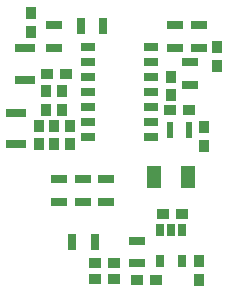
<source format=gbp>
G04*
G04 #@! TF.GenerationSoftware,Altium Limited,Altium Designer,23.4.1 (23)*
G04*
G04 Layer_Color=128*
%FSLAX25Y25*%
%MOIN*%
G70*
G04*
G04 #@! TF.SameCoordinates,A51C0158-4689-45C6-BA85-3C71187D63DA*
G04*
G04*
G04 #@! TF.FilePolarity,Positive*
G04*
G01*
G75*
%ADD22R,0.04194X0.03494*%
%ADD24R,0.02087X0.05315*%
%ADD29R,0.05512X0.03150*%
%ADD38R,0.03494X0.04194*%
%ADD47R,0.03150X0.05512*%
%ADD74R,0.03150X0.04331*%
%ADD166R,0.05039X0.02677*%
%ADD167R,0.04921X0.07480*%
%ADD168R,0.07087X0.03150*%
D22*
X327119Y4162D02*
D03*
X320819D02*
D03*
X345998Y60300D02*
D03*
X352297D02*
D03*
X349953Y25815D02*
D03*
X343653D02*
D03*
X341293Y3768D02*
D03*
X334993D02*
D03*
X327119Y9280D02*
D03*
X320819D02*
D03*
X311372Y72272D02*
D03*
X305072D02*
D03*
D24*
X346017Y53768D02*
D03*
X352316D02*
D03*
D29*
X347592Y81130D02*
D03*
Y88610D02*
D03*
X355466Y81130D02*
D03*
Y88610D02*
D03*
X352710Y76209D02*
D03*
Y68728D02*
D03*
X334993Y9280D02*
D03*
Y16760D02*
D03*
X324757Y37232D02*
D03*
Y29752D02*
D03*
X316883Y37232D02*
D03*
Y29752D02*
D03*
X309009Y37232D02*
D03*
Y29752D02*
D03*
X307434Y81130D02*
D03*
Y88610D02*
D03*
D38*
X361765Y75027D02*
D03*
Y81327D02*
D03*
X346410Y71484D02*
D03*
Y65184D02*
D03*
X357434Y54752D02*
D03*
Y48452D02*
D03*
X355465Y10067D02*
D03*
Y3767D02*
D03*
X304678Y66760D02*
D03*
Y60460D02*
D03*
X309846Y66690D02*
D03*
Y60390D02*
D03*
X302291Y48873D02*
D03*
Y55173D02*
D03*
X307409D02*
D03*
Y48873D02*
D03*
X312527Y55173D02*
D03*
Y48873D02*
D03*
X299560Y86248D02*
D03*
Y92548D02*
D03*
D47*
X323647Y88300D02*
D03*
X316167D02*
D03*
X313339Y16300D02*
D03*
X320819D02*
D03*
D74*
X349953Y10067D02*
D03*
X342473D02*
D03*
X349953Y20303D02*
D03*
X342473D02*
D03*
X346213D02*
D03*
D166*
X339560Y81366D02*
D03*
Y76366D02*
D03*
Y71366D02*
D03*
Y66366D02*
D03*
Y61366D02*
D03*
Y56366D02*
D03*
Y51366D02*
D03*
X318615Y76366D02*
D03*
Y71366D02*
D03*
Y66366D02*
D03*
Y61366D02*
D03*
Y56366D02*
D03*
Y51366D02*
D03*
D03*
Y81366D02*
D03*
D167*
X351956Y37900D02*
D03*
X340539D02*
D03*
D168*
X294639Y59476D02*
D03*
Y48847D02*
D03*
X297592Y81130D02*
D03*
Y70500D02*
D03*
M02*

</source>
